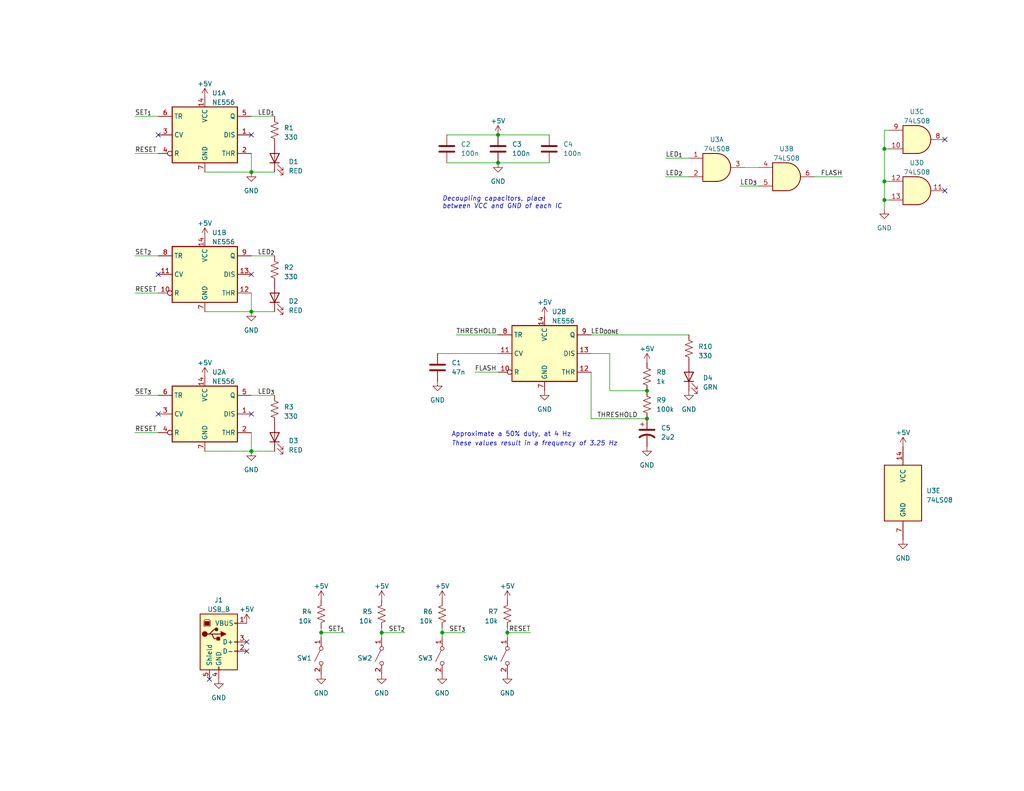
<source format=kicad_sch>
(kicad_sch (version 20230121) (generator eeschema)
  (paper "USLetter")
  (title_block (title "Edit Machine") (date "2023-05-26") (rev "1") (company "BOOS") (comment 1 "Designed around ICs readily available in BOO 27's workshop") (comment 3 "Once all are marked complete, fourth LED blinks until system reset") (comment 4 "Press the goal buttons to mark them as complete with an LED"))
  (lib_symbols
    (symbol "74xx:74LS08" (pin_names (offset 1.016))
      (property "Reference" "U" (at 0 1.27 0))
      (property "Value" "74LS08" (at 0 -1.27 0))
      (symbol "74LS08_1_1"
        (arc (start 0 -3.81) (mid 3.7934 0) (end 0 3.81) (stroke (width 0.254)) (fill (type background)))
        (polyline (pts (xy 0 3.81) (xy -3.81 3.81) (xy -3.81 -3.81) (xy 0 -3.81)) (stroke (width 0.254)) (fill (type background)))
        (pin input line (at -7.62 2.54 0) (length 3.81) (name "~") (number "1"))
        (pin input line (at -7.62 -2.54 0) (length 3.81) (name "~") (number "2"))
        (pin output line (at 7.62 0 180) (length 3.81) (name "~") (number "3"))
      )
      (symbol "74LS08_1_2"
        (arc (start -3.81 -3.81) (mid -2.589 0) (end -3.81 3.81) (stroke (width 0.254)))
        (arc (start -0.6096 -3.81) (mid 2.1842 -2.5851) (end 3.81 0) (stroke (width 0.254)) (fill (type background)))
        (polyline (pts (xy -3.81 -3.81) (xy -0.635 -3.81)) (stroke (width 0.254)) (fill (type background)))
        (polyline (pts (xy -3.81 3.81) (xy -0.635 3.81)) (stroke (width 0.254)) (fill (type background)))
        (polyline (pts (xy -0.635 3.81) (xy -3.81 3.81) (xy -3.81 3.81) (xy -3.556 3.4036) (xy -3.0226 2.2606) (xy -2.6924 1.0414) (xy -2.6162 -0.254) (xy -2.7686 -1.4986) (xy -3.175 -2.7178) (xy -3.81 -3.81) (xy -3.81 -3.81) (xy -0.635 -3.81)) (stroke (width -25.4)) (fill (type background)))
        (arc (start 3.81 0) (mid 2.1915 2.5936) (end -0.6096 3.81) (stroke (width 0.254)) (fill (type background)))
        (pin input inverted (at -7.62 2.54 0) (length 4.318) (name "~") (number "1"))
        (pin input inverted (at -7.62 -2.54 0) (length 4.318) (name "~") (number "2"))
        (pin output inverted (at 7.62 0 180) (length 3.81) (name "~") (number "3"))
      )
      (symbol "74LS08_2_1"
        (arc (start 0 -3.81) (mid 3.7934 0) (end 0 3.81) (stroke (width 0.254)) (fill (type background)))
        (polyline (pts (xy 0 3.81) (xy -3.81 3.81) (xy -3.81 -3.81) (xy 0 -3.81)) (stroke (width 0.254)) (fill (type background)))
        (pin input line (at -7.62 2.54 0) (length 3.81) (name "~") (number "4"))
        (pin input line (at -7.62 -2.54 0) (length 3.81) (name "~") (number "5"))
        (pin output line (at 7.62 0 180) (length 3.81) (name "~") (number "6"))
      )
      (symbol "74LS08_2_2"
        (arc (start -3.81 -3.81) (mid -2.589 0) (end -3.81 3.81) (stroke (width 0.254)))
        (arc (start -0.6096 -3.81) (mid 2.1842 -2.5851) (end 3.81 0) (stroke (width 0.254)) (fill (type background)))
        (polyline (pts (xy -3.81 -3.81) (xy -0.635 -3.81)) (stroke (width 0.254)) (fill (type background)))
        (polyline (pts (xy -3.81 3.81) (xy -0.635 3.81)) (stroke (width 0.254)) (fill (type background)))
        (polyline (pts (xy -0.635 3.81) (xy -3.81 3.81) (xy -3.81 3.81) (xy -3.556 3.4036) (xy -3.0226 2.2606) (xy -2.6924 1.0414) (xy -2.6162 -0.254) (xy -2.7686 -1.4986) (xy -3.175 -2.7178) (xy -3.81 -3.81) (xy -3.81 -3.81) (xy -0.635 -3.81)) (stroke (width -25.4)) (fill (type background)))
        (arc (start 3.81 0) (mid 2.1915 2.5936) (end -0.6096 3.81) (stroke (width 0.254)) (fill (type background)))
        (pin input inverted (at -7.62 2.54 0) (length 4.318) (name "~") (number "4"))
        (pin input inverted (at -7.62 -2.54 0) (length 4.318) (name "~") (number "5"))
        (pin output inverted (at 7.62 0 180) (length 3.81) (name "~") (number "6"))
      )
      (symbol "74LS08_3_1"
        (arc (start 0 -3.81) (mid 3.7934 0) (end 0 3.81) (stroke (width 0.254)) (fill (type background)))
        (polyline (pts (xy 0 3.81) (xy -3.81 3.81) (xy -3.81 -3.81) (xy 0 -3.81)) (stroke (width 0.254)) (fill (type background)))
        (pin input line (at -7.62 -2.54 0) (length 3.81) (name "~") (number "10"))
        (pin output line (at 7.62 0 180) (length 3.81) (name "~") (number "8"))
        (pin input line (at -7.62 2.54 0) (length 3.81) (name "~") (number "9"))
      )
      (symbol "74LS08_3_2"
        (arc (start -3.81 -3.81) (mid -2.589 0) (end -3.81 3.81) (stroke (width 0.254)))
        (arc (start -0.6096 -3.81) (mid 2.1842 -2.5851) (end 3.81 0) (stroke (width 0.254)) (fill (type background)))
        (polyline (pts (xy -3.81 -3.81) (xy -0.635 -3.81)) (stroke (width 0.254)) (fill (type background)))
        (polyline (pts (xy -3.81 3.81) (xy -0.635 3.81)) (stroke (width 0.254)) (fill (type background)))
        (polyline (pts (xy -0.635 3.81) (xy -3.81 3.81) (xy -3.81 3.81) (xy -3.556 3.4036) (xy -3.0226 2.2606) (xy -2.6924 1.0414) (xy -2.6162 -0.254) (xy -2.7686 -1.4986) (xy -3.175 -2.7178) (xy -3.81 -3.81) (xy -3.81 -3.81) (xy -0.635 -3.81)) (stroke (width -25.4)) (fill (type background)))
        (arc (start 3.81 0) (mid 2.1915 2.5936) (end -0.6096 3.81) (stroke (width 0.254)) (fill (type background)))
        (pin input inverted (at -7.62 -2.54 0) (length 4.318) (name "~") (number "10"))
        (pin output inverted (at 7.62 0 180) (length 3.81) (name "~") (number "8"))
        (pin input inverted (at -7.62 2.54 0) (length 4.318) (name "~") (number "9"))
      )
      (symbol "74LS08_4_1"
        (arc (start 0 -3.81) (mid 3.7934 0) (end 0 3.81) (stroke (width 0.254)) (fill (type background)))
        (polyline (pts (xy 0 3.81) (xy -3.81 3.81) (xy -3.81 -3.81) (xy 0 -3.81)) (stroke (width 0.254)) (fill (type background)))
        (pin output line (at 7.62 0 180) (length 3.81) (name "~") (number "11"))
        (pin input line (at -7.62 2.54 0) (length 3.81) (name "~") (number "12"))
        (pin input line (at -7.62 -2.54 0) (length 3.81) (name "~") (number "13"))
      )
      (symbol "74LS08_4_2"
        (arc (start -3.81 -3.81) (mid -2.589 0) (end -3.81 3.81) (stroke (width 0.254)))
        (arc (start -0.6096 -3.81) (mid 2.1842 -2.5851) (end 3.81 0) (stroke (width 0.254)) (fill (type background)))
        (polyline (pts (xy -3.81 -3.81) (xy -0.635 -3.81)) (stroke (width 0.254)) (fill (type background)))
        (polyline (pts (xy -3.81 3.81) (xy -0.635 3.81)) (stroke (width 0.254)) (fill (type background)))
        (polyline (pts (xy -0.635 3.81) (xy -3.81 3.81) (xy -3.81 3.81) (xy -3.556 3.4036) (xy -3.0226 2.2606) (xy -2.6924 1.0414) (xy -2.6162 -0.254) (xy -2.7686 -1.4986) (xy -3.175 -2.7178) (xy -3.81 -3.81) (xy -3.81 -3.81) (xy -0.635 -3.81)) (stroke (width -25.4)) (fill (type background)))
        (arc (start 3.81 0) (mid 2.1915 2.5936) (end -0.6096 3.81) (stroke (width 0.254)) (fill (type background)))
        (pin output inverted (at 7.62 0 180) (length 3.81) (name "~") (number "11"))
        (pin input inverted (at -7.62 2.54 0) (length 4.318) (name "~") (number "12"))
        (pin input inverted (at -7.62 -2.54 0) (length 4.318) (name "~") (number "13"))
      )
      (symbol "74LS08_5_0"
        (pin power_in line (at 0 12.7 270) (length 5.08) (name "VCC") (number "14"))
        (pin power_in line (at 0 -12.7 90) (length 5.08) (name "GND") (number "7"))
      )
      (symbol "74LS08_5_1"
        (rectangle (start -5.08 7.62) (end 5.08 -7.62) (stroke (width 0.254)) (fill (type background)))
      )
    )
    (symbol "Connector:USB_B" (pin_names (offset 1.016))
      (property "Reference" "J" (at -5.08 11.43 0))
      (property "Value" "USB_B" (at -5.08 8.89 0))
      (symbol "USB_B_0_1"
        (rectangle (start -5.08 -7.62) (end 5.08 7.62) (stroke (width 0.254)) (fill (type background)))
        (circle (center -3.81 2.159) (radius 0.635) (stroke (width 0.254)) (fill (type outline)))
        (rectangle (start -3.81 5.588) (end -2.54 4.572) (fill (type outline)))
        (circle (center -0.635 3.429) (radius 0.381) (stroke (width 0.254)) (fill (type outline)))
        (rectangle (start -0.127 -7.62) (end 0.127 -6.858))
        (polyline (pts (xy -1.905 2.159) (xy 0.635 2.159)) (stroke (width 0.254)))
        (polyline (pts (xy -3.175 2.159) (xy -2.54 2.159) (xy -1.27 3.429) (xy -0.635 3.429)) (stroke (width 0.254)))
        (polyline (pts (xy -2.54 2.159) (xy -1.905 2.159) (xy -1.27 0.889) (xy 0 0.889)) (stroke (width 0.254)))
        (polyline (pts (xy 0.635 2.794) (xy 0.635 1.524) (xy 1.905 2.159) (xy 0.635 2.794)) (stroke (width 0.254)) (fill (type outline)))
        (polyline (pts (xy -4.064 4.318) (xy -2.286 4.318) (xy -2.286 5.715) (xy -2.667 6.096) (xy -3.683 6.096) (xy -4.064 5.715) (xy -4.064 4.318)))
        (rectangle (start 0.254 1.27) (end -0.508 0.508) (stroke (width 0.254)) (fill (type outline)))
        (rectangle (start 5.08 -2.667) (end 4.318 -2.413))
        (rectangle (start 5.08 -0.127) (end 4.318 0.127))
        (rectangle (start 5.08 4.953) (end 4.318 5.207))
      )
      (symbol "USB_B_1_1"
        (pin power_out line (at 7.62 5.08 180) (length 2.54) (name "VBUS") (number "1"))
        (pin bidirectional line (at 7.62 -2.54 180) (length 2.54) (name "D-") (number "2"))
        (pin bidirectional line (at 7.62 0 180) (length 2.54) (name "D+") (number "3"))
        (pin power_out line (at 0 -10.16 90) (length 2.54) (name "GND") (number "4"))
        (pin passive line (at -2.54 -10.16 90) (length 2.54) (name "Shield") (number "5"))
      )
    )
    (symbol "Device:C" (pin_numbers hide) (pin_names (offset 0.254))
      (property "Reference" "C" (at 0.635 2.54 0))
      (property "Value" "C" (at 0.635 -2.54 0))
      (symbol "C_0_1"
        (polyline (pts (xy -2.032 -0.762) (xy 2.032 -0.762)) (stroke (width 0.508)))
        (polyline (pts (xy -2.032 0.762) (xy 2.032 0.762)) (stroke (width 0.508)))
      )
      (symbol "C_1_1"
        (pin passive line (at 0 3.81 270) (length 2.794) (name "~") (number "1"))
        (pin passive line (at 0 -3.81 90) (length 2.794) (name "~") (number "2"))
      )
    )
    (symbol "Device:C_Polarized_US" (pin_numbers hide) (pin_names (offset 0.254) hide)
      (property "Reference" "C" (at 0.635 2.54 0))
      (property "Value" "C_Polarized_US" (at 0.635 -2.54 0))
      (symbol "C_Polarized_US_0_1"
        (polyline (pts (xy -2.032 0.762) (xy 2.032 0.762)) (stroke (width 0.508)))
        (polyline (pts (xy -1.778 2.286) (xy -0.762 2.286)))
        (polyline (pts (xy -1.27 1.778) (xy -1.27 2.794)))
        (arc (start 2.032 -1.27) (mid 0 -0.5572) (end -2.032 -1.27) (stroke (width 0.508)))
      )
      (symbol "C_Polarized_US_1_1"
        (pin passive line (at 0 3.81 270) (length 2.794) (name "~") (number "1"))
        (pin passive line (at 0 -3.81 90) (length 3.302) (name "~") (number "2"))
      )
    )
    (symbol "Device:LED" (pin_numbers hide) (pin_names (offset 1.016) hide)
      (property "Reference" "D" (at 0 2.54 0))
      (property "Value" "LED" (at 0 -2.54 0))
      (symbol "LED_0_1"
        (polyline (pts (xy -1.27 -1.27) (xy -1.27 1.27)) (stroke (width 0.254)))
        (polyline (pts (xy -1.27 0) (xy 1.27 0)))
        (polyline (pts (xy 1.27 -1.27) (xy 1.27 1.27) (xy -1.27 0) (xy 1.27 -1.27)) (stroke (width 0.254)))
        (polyline (pts (xy -3.048 -0.762) (xy -4.572 -2.286) (xy -3.81 -2.286) (xy -4.572 -2.286) (xy -4.572 -1.524)))
        (polyline (pts (xy -1.778 -0.762) (xy -3.302 -2.286) (xy -2.54 -2.286) (xy -3.302 -2.286) (xy -3.302 -1.524)))
      )
      (symbol "LED_1_1"
        (pin passive line (at -3.81 0 0) (length 2.54) (name "K") (number "1"))
        (pin passive line (at 3.81 0 180) (length 2.54) (name "A") (number "2"))
      )
    )
    (symbol "Device:R_US" (pin_numbers hide) (pin_names (offset 0))
      (property "Reference" "R" (at 2.54 0 90))
      (property "Value" "R_US" (at -2.54 0 90))
      (symbol "R_US_0_1"
        (polyline (pts (xy 0 -2.286) (xy 0 -2.54)))
        (polyline (pts (xy 0 2.286) (xy 0 2.54)))
        (polyline (pts (xy 0 -0.762) (xy 1.016 -1.143) (xy 0 -1.524) (xy -1.016 -1.905) (xy 0 -2.286)))
        (polyline (pts (xy 0 0.762) (xy 1.016 0.381) (xy 0 0) (xy -1.016 -0.381) (xy 0 -0.762)))
        (polyline (pts (xy 0 2.286) (xy 1.016 1.905) (xy 0 1.524) (xy -1.016 1.143) (xy 0 0.762)))
      )
      (symbol "R_US_1_1"
        (pin passive line (at 0 3.81 270) (length 1.27) (name "~") (number "1"))
        (pin passive line (at 0 -3.81 90) (length 1.27) (name "~") (number "2"))
      )
    )
    (symbol "Switch:SW_SPST" (pin_names (offset 0) hide)
      (property "Reference" "SW" (at 0 3.175 0))
      (property "Value" "SW_SPST" (at 0 -2.54 0))
      (symbol "SW_SPST_0_0"
        (circle (center -2.032 0) (radius 0.508))
        (polyline (pts (xy -1.524 0.254) (xy 1.524 1.778)))
        (circle (center 2.032 0) (radius 0.508))
      )
      (symbol "SW_SPST_1_1"
        (pin passive line (at -5.08 0 0) (length 2.54) (name "A") (number "1"))
        (pin passive line (at 5.08 0 180) (length 2.54) (name "B") (number "2"))
      )
    )
    (symbol "Timer:NE556"
      (property "Reference" "U" (at -10.16 8.89 0))
      (property "Value" "NE556" (at -10.16 -8.89 0))
      (symbol "NE556_0_0"
        (pin power_in line (at 0 10.16 270) (length 2.54) (name "VCC") (number "14"))
        (pin power_in line (at 0 -10.16 90) (length 2.54) (name "GND") (number "7"))
      )
      (symbol "NE556_0_1"
        (rectangle (start -8.89 -7.62) (end 8.89 7.62) (stroke (width 0.254)) (fill (type background)))
        (rectangle (start -8.89 -7.62) (end 8.89 7.62) (stroke (width 0.254)) (fill (type background)))
      )
      (symbol "NE556_1_1"
        (pin input line (at 12.7 0 180) (length 3.81) (name "DIS") (number "1"))
        (pin input line (at 12.7 -5.08 180) (length 3.81) (name "THR") (number "2"))
        (pin input line (at -12.7 0 0) (length 3.81) (name "CV") (number "3"))
        (pin input inverted (at -12.7 -5.08 0) (length 3.81) (name "R") (number "4"))
        (pin output line (at 12.7 5.08 180) (length 3.81) (name "Q") (number "5"))
        (pin input line (at -12.7 5.08 0) (length 3.81) (name "TR") (number "6"))
      )
      (symbol "NE556_2_1"
        (pin input inverted (at -12.7 -5.08 0) (length 3.81) (name "R") (number "10"))
        (pin input line (at -12.7 0 0) (length 3.81) (name "CV") (number "11"))
        (pin input line (at 12.7 -5.08 180) (length 3.81) (name "THR") (number "12"))
        (pin input line (at 12.7 0 180) (length 3.81) (name "DIS") (number "13"))
        (pin input line (at -12.7 5.08 0) (length 3.81) (name "TR") (number "8"))
        (pin output line (at 12.7 5.08 180) (length 3.81) (name "Q") (number "9"))
      )
    )
    (symbol "power:+5V" (power) (pin_names (offset 0))
      (property "Value" "+5V" (at 0 3.556 0))
      (symbol "+5V_0_1"
        (polyline (pts (xy -0.762 1.27) (xy 0 2.54)))
        (polyline (pts (xy 0 0) (xy 0 2.54)))
        (polyline (pts (xy 0 2.54) (xy 0.762 1.27)))
      )
      (symbol "+5V_1_1"
        (pin power_in line (at 0 0 90) (length 0) hide (name "+5V") (number "1"))
      )
    )
    (symbol "power:GND" (power) (pin_names (offset 0))
      (property "Value" "GND" (at 0 -3.81 0))
      (symbol "GND_0_1"
        (polyline (pts (xy 0 0) (xy 0 -1.27) (xy 1.27 -1.27) (xy 0 -2.54) (xy -1.27 -1.27) (xy 0 -1.27)))
      )
      (symbol "GND_1_1"
        (pin power_in line (at 0 0 270) (length 0) hide (name "GND") (number "1"))
      )
    )
  )
  (junction (at 138.43 172.72))
  (junction (at 68.58 46.99))
  (junction (at 176.53 106.68))
  (junction (at 241.3 49.53))
  (junction (at 104.14 172.72))
  (junction (at 120.65 172.72))
  (junction (at 176.53 114.3))
  (junction (at 241.3 54.61))
  (junction (at 135.89 36.83))
  (junction (at 87.63 172.72))
  (junction (at 241.3 40.64))
  (junction (at 68.58 85.09))
  (junction (at 68.58 123.19))
  (junction (at 135.89 44.45))
  (no_connect (at 43.18 113.03))
  (no_connect (at 68.58 74.93))
  (no_connect (at 257.81 38.1))
  (no_connect (at 257.81 52.07))
  (no_connect (at 68.58 113.03))
  (no_connect (at 67.31 175.26))
  (no_connect (at 57.15 185.42))
  (no_connect (at 67.31 177.8))
  (no_connect (at 68.58 36.83))
  (no_connect (at 43.18 36.83))
  (no_connect (at 43.18 74.93))
  (wire (pts (xy 120.65 172.72) (xy 120.65 173.99)))
  (wire (pts (xy 36.83 107.95) (xy 43.18 107.95)))
  (wire (pts (xy 127 172.72) (xy 120.65 172.72)))
  (wire (pts (xy 242.57 35.56) (xy 241.3 35.56)))
  (wire (pts (xy 36.83 118.11) (xy 43.18 118.11)))
  (wire (pts (xy 120.65 171.45) (xy 120.65 172.72)))
  (wire (pts (xy 119.38 96.52) (xy 135.89 96.52)))
  (wire (pts (xy 68.58 69.85) (xy 74.93 69.85)))
  (wire (pts (xy 121.92 44.45) (xy 135.89 44.45)))
  (wire (pts (xy 161.29 114.3) (xy 161.29 101.6)))
  (wire (pts (xy 68.58 85.09) (xy 74.93 85.09)))
  (wire (pts (xy 68.58 80.01) (xy 68.58 85.09)))
  (wire (pts (xy 104.14 172.72) (xy 104.14 173.99)))
  (wire (pts (xy 161.29 96.52) (xy 166.37 96.52)))
  (wire (pts (xy 138.43 172.72) (xy 138.43 173.99)))
  (wire (pts (xy 68.58 107.95) (xy 74.93 107.95)))
  (wire (pts (xy 129.54 101.6) (xy 135.89 101.6)))
  (wire (pts (xy 68.58 41.91) (xy 68.58 46.99)))
  (wire (pts (xy 161.29 114.3) (xy 176.53 114.3)))
  (wire (pts (xy 68.58 31.75) (xy 74.93 31.75)))
  (wire (pts (xy 161.29 91.44) (xy 187.96 91.44)))
  (wire (pts (xy 166.37 96.52) (xy 166.37 106.68)))
  (wire (pts (xy 241.3 40.64) (xy 242.57 40.64)))
  (wire (pts (xy 241.3 57.15) (xy 241.3 54.61)))
  (wire (pts (xy 144.78 172.72) (xy 138.43 172.72)))
  (wire (pts (xy 68.58 123.19) (xy 74.93 123.19)))
  (wire (pts (xy 55.88 85.09) (xy 68.58 85.09)))
  (wire (pts (xy 181.61 48.26) (xy 187.96 48.26)))
  (wire (pts (xy 201.93 50.8) (xy 207.01 50.8)))
  (wire (pts (xy 36.83 80.01) (xy 43.18 80.01)))
  (wire (pts (xy 241.3 40.64) (xy 241.3 49.53)))
  (wire (pts (xy 110.49 172.72) (xy 104.14 172.72)))
  (wire (pts (xy 121.92 36.83) (xy 135.89 36.83)))
  (wire (pts (xy 36.83 41.91) (xy 43.18 41.91)))
  (wire (pts (xy 87.63 171.45) (xy 87.63 172.72)))
  (wire (pts (xy 241.3 35.56) (xy 241.3 40.64)))
  (wire (pts (xy 68.58 46.99) (xy 55.88 46.99)))
  (wire (pts (xy 203.2 45.72) (xy 207.01 45.72)))
  (wire (pts (xy 87.63 172.72) (xy 87.63 173.99)))
  (wire (pts (xy 166.37 106.68) (xy 176.53 106.68)))
  (wire (pts (xy 68.58 123.19) (xy 55.88 123.19)))
  (wire (pts (xy 36.83 31.75) (xy 43.18 31.75)))
  (wire (pts (xy 68.58 46.99) (xy 74.93 46.99)))
  (wire (pts (xy 181.61 43.18) (xy 187.96 43.18)))
  (wire (pts (xy 241.3 49.53) (xy 242.57 49.53)))
  (wire (pts (xy 135.89 44.45) (xy 149.86 44.45)))
  (wire (pts (xy 241.3 49.53) (xy 241.3 54.61)))
  (wire (pts (xy 68.58 118.11) (xy 68.58 123.19)))
  (wire (pts (xy 93.98 172.72) (xy 87.63 172.72)))
  (wire (pts (xy 104.14 171.45) (xy 104.14 172.72)))
  (wire (pts (xy 36.83 69.85) (xy 43.18 69.85)))
  (wire (pts (xy 135.89 36.83) (xy 149.86 36.83)))
  (wire (pts (xy 222.25 48.26) (xy 229.87 48.26)))
  (wire (pts (xy 241.3 54.61) (xy 242.57 54.61)))
  (wire (pts (xy 124.46 91.44) (xy 135.89 91.44)))
  (wire (pts (xy 138.43 171.45) (xy 138.43 172.72)))
  (text "Approximate a 50% duty, at 4 Hz" (at 123.19 119.38 0) (effects (font (size 1.27 1.27)) (justify left bottom)))
  (text "Decoupling capacitors, place \nbetween VCC and GND of each IC" (at 120.65 57.15 0) (effects (font (size 1.27 1.27) italic) (justify left bottom)))
  (text "These values result in a frequency of 3.25 Hz" (at 123.19 121.92 0) (effects (font (size 1.27 1.27) italic) (justify left bottom)))
  (label "SET_{3}" (at 127 172.72 180))
  (label "LED_{3}" (at 201.93 50.8 0))
  (label "THRESHOLD" (at 124.46 91.44 0))
  (label "THRESHOLD" (at 173.99 114.3 180))
  (label "LED_{1}" (at 74.93 31.75 180))
  (label "SET_{2}" (at 110.49 172.72 180))
  (label "FLASH" (at 129.54 101.6 0))
  (label "SET_{1}" (at 93.98 172.72 180))
  (label "LED_{2}" (at 74.93 69.85 180))
  (label "SET_{2}" (at 36.83 69.85 0))
  (label "LED_{2}" (at 181.61 48.26 0))
  (label "LED_{3}" (at 74.93 107.95 180))
  (label "FLASH" (at 229.87 48.26 180))
  (label "LED_{DONE}" (at 168.91 91.44 180))
  (label "RESET" (at 36.83 80.01 0))
  (label "RESET" (at 36.83 118.11 0))
  (label "SET_{3}" (at 36.83 107.95 0))
  (label "LED_{1}" (at 181.61 43.18 0))
  (label "SET_{1}" (at 36.83 31.75 0))
  (label "RESET" (at 144.78 172.72 180))
  (label "RESET" (at 36.83 41.91 0))
  (symbol (lib_id "power:GND") (at 68.58 85.09 0) (unit 1)
    (property "Reference" "#PWR07" (effects hide))
    (property "Value" "GND" (at 68.58 90.17 0))
  )
  (symbol (lib_id "Timer:NE556") (at 55.88 74.93 0) (unit 2)
    (property "Reference" "U1" (at 57.8359 63.5 0) (effects (justify left)))
    (property "Value" "NE556" (at 57.8359 66.04 0) (effects (justify left)))
    (property "Footprint" "Package_DIP:DIP-14_W7.62mm" (effects hide))
    (property "Datasheet" "http://www.ti.com/lit/ds/symlink/ne556.pdf" (effects hide))
  )
  (symbol (lib_id "Timer:NE556") (at 55.88 113.03 0) (unit 1)
    (property "Reference" "U2" (at 57.8359 101.6 0) (effects (justify left)))
    (property "Value" "NE556" (at 57.8359 104.14 0) (effects (justify left)))
    (property "Footprint" "Package_DIP:DIP-14_W7.62mm" (effects hide))
    (property "Datasheet" "http://www.ti.com/lit/ds/symlink/ne556.pdf" (effects hide))
  )
  (symbol (lib_id "Device:R_US") (at 138.43 167.64 0) (mirror y) (unit 1)
    (property "Reference" "R7" (at 135.89 167.005 0) (effects (justify left)))
    (property "Value" "10k" (at 135.89 169.545 0) (effects (justify left)))
    (property "Footprint" "Resistor_THT:R_Axial_DIN0207_L6.3mm_D2.5mm_P7.62mm_Horizontal" (effects hide))
  )
  (symbol (lib_id "power:GND") (at 68.58 123.19 0) (unit 1)
    (property "Reference" "#PWR08" (effects hide))
    (property "Value" "GND" (at 68.58 128.27 0))
  )
  (symbol (lib_id "power:GND") (at 246.38 147.32 0) (unit 1)
    (property "Reference" "#PWR027" (effects hide))
    (property "Value" "GND" (at 246.38 152.4 0))
  )
  (symbol (lib_id "power:GND") (at 135.89 44.45 0) (mirror y) (unit 1)
    (property "Reference" "#PWR017" (effects hide))
    (property "Value" "GND" (at 135.89 49.53 0))
  )
  (symbol (lib_id "Timer:NE556") (at 55.88 36.83 0) (unit 1)
    (property "Reference" "U1" (at 57.8359 25.4 0) (effects (justify left)))
    (property "Value" "NE556" (at 57.8359 27.94 0) (effects (justify left)))
    (property "Footprint" "Package_DIP:DIP-14_W7.62mm" (effects hide))
    (property "Datasheet" "http://www.ti.com/lit/ds/symlink/ne556.pdf" (effects hide))
  )
  (symbol (lib_id "power:GND") (at 148.59 106.68 0) (unit 1)
    (property "Reference" "#PWR021" (effects hide))
    (property "Value" "GND" (at 148.59 111.76 0))
  )
  (symbol (lib_id "power:+5V") (at 176.53 99.06 0) (unit 1)
    (property "Reference" "#PWR022" (effects hide))
    (property "Value" "+5V" (at 176.53 95.25 0))
  )
  (symbol (lib_id "power:+5V") (at 246.38 121.92 0) (unit 1)
    (property "Reference" "#PWR026" (effects hide))
    (property "Value" "+5V" (at 246.38 118.11 0))
  )
  (symbol (lib_id "power:GND") (at 187.96 106.68 0) (unit 1)
    (property "Reference" "#PWR024" (effects hide))
    (property "Value" "GND" (at 187.96 111.76 0))
  )
  (symbol (lib_id "74xx:74LS08") (at 214.63 48.26 0) (unit 2)
    (property "Reference" "U3" (at 214.6217 40.64 0))
    (property "Value" "74LS08" (at 214.6217 43.18 0))
    (property "Footprint" "Package_DIP:DIP-14_W7.62mm" (effects hide))
    (property "Datasheet" "http://www.ti.com/lit/gpn/sn74LS08" (effects hide))
  )
  (symbol (lib_id "74xx:74LS08") (at 195.58 45.72 0) (unit 1)
    (property "Reference" "U3" (at 195.5717 38.1 0))
    (property "Value" "74LS08" (at 195.5717 40.64 0))
    (property "Footprint" "Package_DIP:DIP-14_W7.62mm" (effects hide))
    (property "Datasheet" "http://www.ti.com/lit/gpn/sn74LS08" (effects hide))
  )
  (symbol (lib_id "power:GND") (at 241.3 57.15 0) (unit 1)
    (property "Reference" "#PWR025" (effects hide))
    (property "Value" "GND" (at 241.3 62.23 0))
  )
  (symbol (lib_id "Device:LED") (at 187.96 102.87 90) (unit 1)
    (property "Reference" "D4" (at 191.77 103.1875 90) (effects (justify right)))
    (property "Value" "GRN" (at 191.77 105.7275 90) (effects (justify right)))
    (property "Footprint" "LED_THT:LED_D4.0mm" (effects hide))
  )
  (symbol (lib_id "power:GND") (at 120.65 184.15 0) (mirror y) (unit 1)
    (property "Reference" "#PWR015" (effects hide))
    (property "Value" "GND" (at 120.65 189.23 0))
  )
  (symbol (lib_id "Device:C") (at 119.38 100.33 0) (unit 1)
    (property "Reference" "C1" (at 123.19 99.06 0) (effects (justify left)))
    (property "Value" "47n" (at 123.19 101.6 0) (effects (justify left)))
    (property "Footprint" "Capacitor_THT:C_Disc_D3.4mm_W2.1mm_P2.50mm" (effects hide))
  )
  (symbol (lib_id "Switch:SW_SPST") (at 120.65 179.07 90) (mirror x) (unit 1)
    (property "Reference" "SW3" (at 118.11 179.705 90) (effects (justify left)))
    (property "Value" "SW_SPST" (effects hide))
    (property "Footprint" "Button_Switch_THT:SW_PUSH_6mm_H5mm" (effects hide))
  )
  (symbol (lib_id "power:GND") (at 176.53 121.92 0) (unit 1)
    (property "Reference" "#PWR023" (effects hide))
    (property "Value" "GND" (at 176.53 127 0))
  )
  (symbol (lib_id "power:+5V") (at 87.63 163.83 0) (mirror y) (unit 1)
    (property "Reference" "#PWR09" (effects hide))
    (property "Value" "+5V" (at 87.63 160.02 0))
  )
  (symbol (lib_id "power:GND") (at 104.14 184.15 0) (mirror y) (unit 1)
    (property "Reference" "#PWR012" (effects hide))
    (property "Value" "GND" (at 104.14 189.23 0))
  )
  (symbol (lib_id "power:+5V") (at 104.14 163.83 0) (mirror y) (unit 1)
    (property "Reference" "#PWR011" (effects hide))
    (property "Value" "+5V" (at 104.14 160.02 0))
  )
  (symbol (lib_id "power:GND") (at 119.38 104.14 0) (unit 1)
    (property "Reference" "#PWR013" (effects hide))
    (property "Value" "GND" (at 119.38 109.22 0))
  )
  (symbol (lib_id "74xx:74LS08") (at 246.38 134.62 0) (unit 5)
    (property "Reference" "U3" (at 252.73 133.985 0) (effects (justify left)))
    (property "Value" "74LS08" (at 252.73 136.525 0) (effects (justify left)))
    (property "Footprint" "Package_DIP:DIP-14_W7.62mm" (effects hide))
    (property "Datasheet" "http://www.ti.com/lit/gpn/sn74LS08" (effects hide))
  )
  (symbol (lib_id "power:+5V") (at 55.88 26.67 0) (unit 1)
    (property "Reference" "#PWR01" (effects hide))
    (property "Value" "+5V" (at 55.88 22.86 0))
  )
  (symbol (lib_id "Device:LED") (at 74.93 81.28 90) (unit 1)
    (property "Reference" "D2" (at 78.74 82.2325 90) (effects (justify right)))
    (property "Value" "RED" (at 78.74 84.7725 90) (effects (justify right)))
    (property "Footprint" "LED_THT:LED_D4.0mm" (effects hide))
  )
  (symbol (lib_id "power:+5V") (at 120.65 163.83 0) (mirror y) (unit 1)
    (property "Reference" "#PWR014" (effects hide))
    (property "Value" "+5V" (at 120.65 160.02 0))
  )
  (symbol (lib_id "Device:R_US") (at 187.96 95.25 0) (unit 1)
    (property "Reference" "R10" (at 190.5 94.615 0) (effects (justify left)))
    (property "Value" "330" (at 190.5 97.155 0) (effects (justify left)))
    (property "Footprint" "Resistor_THT:R_Axial_DIN0207_L6.3mm_D2.5mm_P7.62mm_Horizontal" (effects hide))
  )
  (symbol (lib_id "power:GND") (at 138.43 184.15 0) (mirror y) (unit 1)
    (property "Reference" "#PWR019" (effects hide))
    (property "Value" "GND" (at 138.43 189.23 0))
  )
  (symbol (lib_id "power:+5V") (at 135.89 36.83 0) (mirror y) (unit 1)
    (property "Reference" "#PWR016" (effects hide))
    (property "Value" "+5V" (at 135.89 33.02 0))
  )
  (symbol (lib_id "power:+5V") (at 55.88 102.87 0) (unit 1)
    (property "Reference" "#PWR03" (effects hide))
    (property "Value" "+5V" (at 55.88 99.06 0))
  )
  (symbol (lib_id "Device:R_US") (at 74.93 73.66 0) (unit 1)
    (property "Reference" "R2" (at 77.47 73.025 0) (effects (justify left)))
    (property "Value" "330" (at 77.47 75.565 0) (effects (justify left)))
    (property "Footprint" "Resistor_THT:R_Axial_DIN0207_L6.3mm_D2.5mm_P7.62mm_Horizontal" (effects hide))
  )
  (symbol (lib_id "power:GND") (at 68.58 46.99 0) (unit 1)
    (property "Reference" "#PWR06" (effects hide))
    (property "Value" "GND" (at 68.58 52.07 0))
  )
  (symbol (lib_id "Device:C") (at 121.92 40.64 0) (unit 1)
    (property "Reference" "C2" (at 125.73 39.37 0) (effects (justify left)))
    (property "Value" "100n" (at 125.73 41.91 0) (effects (justify left)))
    (property "Footprint" "Capacitor_THT:C_Disc_D3.8mm_W2.6mm_P2.50mm" (effects hide))
  )
  (symbol (lib_id "Timer:NE556") (at 148.59 96.52 0) (unit 2)
    (property "Reference" "U2" (at 150.5459 85.09 0) (effects (justify left)))
    (property "Value" "NE556" (at 150.5459 87.63 0) (effects (justify left)))
    (property "Footprint" "Package_DIP:DIP-14_W7.62mm" (effects hide))
    (property "Datasheet" "http://www.ti.com/lit/ds/symlink/ne556.pdf" (effects hide))
  )
  (symbol (lib_id "power:GND") (at 87.63 184.15 0) (mirror y) (unit 1)
    (property "Reference" "#PWR010" (effects hide))
    (property "Value" "GND" (at 87.63 189.23 0))
  )
  (symbol (lib_id "Device:R_US") (at 74.93 35.56 0) (unit 1)
    (property "Reference" "R1" (at 77.47 34.925 0) (effects (justify left)))
    (property "Value" "330" (at 77.47 37.465 0) (effects (justify left)))
    (property "Footprint" "Resistor_THT:R_Axial_DIN0207_L6.3mm_D2.5mm_P7.62mm_Horizontal" (effects hide))
  )
  (symbol (lib_id "Device:LED") (at 74.93 119.38 90) (unit 1)
    (property "Reference" "D3" (at 78.74 120.3325 90) (effects (justify right)))
    (property "Value" "RED" (at 78.74 122.8725 90) (effects (justify right)))
    (property "Footprint" "LED_THT:LED_D4.0mm" (effects hide))
  )
  (symbol (lib_id "74xx:74LS08") (at 250.19 38.1 0) (unit 3)
    (property "Reference" "U3" (at 250.1817 30.48 0))
    (property "Value" "74LS08" (at 250.1817 33.02 0))
    (property "Footprint" "Package_DIP:DIP-14_W7.62mm" (effects hide))
    (property "Datasheet" "http://www.ti.com/lit/gpn/sn74LS08" (effects hide))
  )
  (symbol (lib_id "Device:R_US") (at 120.65 167.64 0) (mirror y) (unit 1)
    (property "Reference" "R6" (at 118.11 167.005 0) (effects (justify left)))
    (property "Value" "10k" (at 118.11 169.545 0) (effects (justify left)))
    (property "Footprint" "Resistor_THT:R_Axial_DIN0207_L6.3mm_D2.5mm_P7.62mm_Horizontal" (effects hide))
  )
  (symbol (lib_id "Device:C_Polarized_US") (at 176.53 118.11 0) (unit 1)
    (property "Reference" "C5" (at 180.34 116.84 0) (effects (justify left)))
    (property "Value" "2u2" (at 180.34 119.38 0) (effects (justify left)))
    (property "Footprint" "Capacitor_THT:CP_Radial_D4.0mm_P2.00mm" (effects hide))
  )
  (symbol (lib_id "power:+5V") (at 148.59 86.36 0) (unit 1)
    (property "Reference" "#PWR020" (effects hide))
    (property "Value" "+5V" (at 148.59 82.55 0))
  )
  (symbol (lib_id "power:+5V") (at 138.43 163.83 0) (mirror y) (unit 1)
    (property "Reference" "#PWR018" (effects hide))
    (property "Value" "+5V" (at 138.43 160.02 0))
  )
  (symbol (lib_id "Switch:SW_SPST") (at 87.63 179.07 90) (mirror x) (unit 1)
    (property "Reference" "SW1" (at 85.09 179.705 90) (effects (justify left)))
    (property "Value" "SW_SPST" (effects hide))
    (property "Footprint" "Button_Switch_THT:SW_PUSH_6mm_H5mm" (effects hide))
  )
  (symbol (lib_id "Device:LED") (at 74.93 43.18 90) (unit 1)
    (property "Reference" "D1" (at 78.74 44.1325 90) (effects (justify right)))
    (property "Value" "RED" (at 78.74 46.6725 90) (effects (justify right)))
    (property "Footprint" "LED_THT:LED_D4.0mm" (effects hide))
  )
  (symbol (lib_id "Switch:SW_SPST") (at 104.14 179.07 90) (mirror x) (unit 1)
    (property "Reference" "SW2" (at 101.6 179.705 90) (effects (justify left)))
    (property "Value" "SW_SPST" (effects hide))
    (property "Footprint" "Button_Switch_THT:SW_PUSH_6mm_H5mm" (effects hide))
  )
  (symbol (lib_id "Device:R_US") (at 104.14 167.64 0) (mirror y) (unit 1)
    (property "Reference" "R5" (at 101.6 167.005 0) (effects (justify left)))
    (property "Value" "10k" (at 101.6 169.545 0) (effects (justify left)))
    (property "Footprint" "Resistor_THT:R_Axial_DIN0207_L6.3mm_D2.5mm_P7.62mm_Horizontal" (effects hide))
  )
  (symbol (lib_id "power:+5V") (at 67.31 170.18 0) (unit 1)
    (property "Reference" "#PWR05" (effects hide))
    (property "Value" "+5V" (at 67.31 166.37 0))
  )
  (symbol (lib_id "Device:C") (at 135.89 40.64 0) (unit 1)
    (property "Reference" "C3" (at 139.7 39.37 0) (effects (justify left)))
    (property "Value" "100n" (at 139.7 41.91 0) (effects (justify left)))
    (property "Footprint" "Capacitor_THT:C_Disc_D3.8mm_W2.6mm_P2.50mm" (effects hide))
  )
  (symbol (lib_id "power:+5V") (at 55.88 64.77 0) (unit 1)
    (property "Reference" "#PWR02" (effects hide))
    (property "Value" "+5V" (at 55.88 60.96 0))
  )
  (symbol (lib_id "Device:R_US") (at 176.53 102.87 0) (unit 1)
    (property "Reference" "R8" (at 179.07 101.6 0) (effects (justify left)))
    (property "Value" "1k" (at 179.07 104.14 0) (effects (justify left)))
    (property "Footprint" "Resistor_THT:R_Axial_DIN0207_L6.3mm_D2.5mm_P7.62mm_Horizontal" (effects hide))
  )
  (symbol (lib_id "Connector:USB_B") (at 59.69 175.26 0) (unit 1)
    (property "Reference" "J1" (at 59.69 163.83 0))
    (property "Value" "USB_B" (at 59.69 166.37 0))
    (property "Footprint" "Connector_USB:USB_B_OST_USB-B1HSxx_Horizontal" (effects hide))
    (property "Datasheet" " ~" (effects hide))
  )
  (symbol (lib_id "Device:R_US") (at 87.63 167.64 0) (mirror y) (unit 1)
    (property "Reference" "R4" (at 85.09 167.005 0) (effects (justify left)))
    (property "Value" "10k" (at 85.09 169.545 0) (effects (justify left)))
    (property "Footprint" "Resistor_THT:R_Axial_DIN0207_L6.3mm_D2.5mm_P7.62mm_Horizontal" (effects hide))
  )
  (symbol (lib_id "Device:R_US") (at 176.53 110.49 0) (unit 1)
    (property "Reference" "R9" (at 179.07 109.22 0) (effects (justify left)))
    (property "Value" "100k" (at 179.07 111.76 0) (effects (justify left)))
    (property "Footprint" "Resistor_THT:R_Axial_DIN0207_L6.3mm_D2.5mm_P7.62mm_Horizontal" (effects hide))
  )
  (symbol (lib_id "Device:R_US") (at 74.93 111.76 0) (unit 1)
    (property "Reference" "R3" (at 77.47 111.125 0) (effects (justify left)))
    (property "Value" "330" (at 77.47 113.665 0) (effects (justify left)))
    (property "Footprint" "Resistor_THT:R_Axial_DIN0207_L6.3mm_D2.5mm_P7.62mm_Horizontal" (effects hide))
  )
  (symbol (lib_id "Device:C") (at 149.86 40.64 0) (unit 1)
    (property "Reference" "C4" (at 153.67 39.37 0) (effects (justify left)))
    (property "Value" "100n" (at 153.67 41.91 0) (effects (justify left)))
    (property "Footprint" "Capacitor_THT:C_Disc_D3.8mm_W2.6mm_P2.50mm" (effects hide))
  )
  (symbol (lib_id "74xx:74LS08") (at 250.19 52.07 0) (unit 4)
    (property "Reference" "U3" (at 250.1817 44.45 0))
    (property "Value" "74LS08" (at 250.1817 46.99 0))
    (property "Footprint" "Package_DIP:DIP-14_W7.62mm" (effects hide))
    (property "Datasheet" "http://www.ti.com/lit/gpn/sn74LS08" (effects hide))
  )
  (symbol (lib_id "Switch:SW_SPST") (at 138.43 179.07 90) (mirror x) (unit 1)
    (property "Reference" "SW4" (at 135.89 179.705 90) (effects (justify left)))
    (property "Value" "SW_SPST" (effects hide))
    (property "Footprint" "Button_Switch_THT:SW_PUSH_6mm_H5mm" (effects hide))
  )
  (symbol (lib_id "power:GND") (at 59.69 185.42 0) (unit 1)
    (property "Reference" "#PWR04" (effects hide))
    (property "Value" "GND" (at 59.69 190.5 0))
  )
)
</source>
